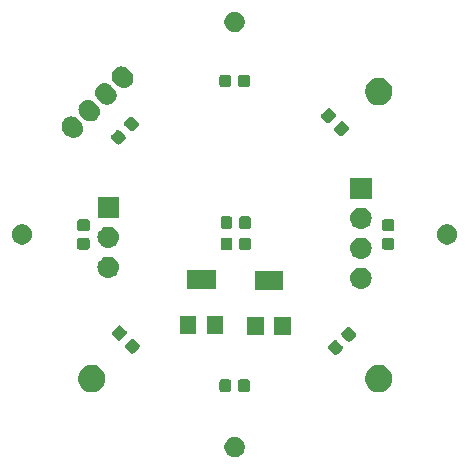
<source format=gbs>
G04 #@! TF.GenerationSoftware,KiCad,Pcbnew,(5.1.2)-1*
G04 #@! TF.CreationDate,2021-01-06T23:16:40+09:00*
G04 #@! TF.ProjectId,ssl,73736c2e-6b69-4636-9164-5f7063625858,v1.3*
G04 #@! TF.SameCoordinates,Original*
G04 #@! TF.FileFunction,Soldermask,Bot*
G04 #@! TF.FilePolarity,Negative*
%FSLAX46Y46*%
G04 Gerber Fmt 4.6, Leading zero omitted, Abs format (unit mm)*
G04 Created by KiCad (PCBNEW (5.1.2)-1) date 2021-01-06 23:16:40*
%MOMM*%
%LPD*%
G04 APERTURE LIST*
%ADD10C,0.100000*%
G04 APERTURE END LIST*
D10*
G36*
X100251874Y-117169683D02*
G01*
X100409019Y-117234775D01*
X100409021Y-117234776D01*
X100550449Y-117329276D01*
X100670724Y-117449551D01*
X100670725Y-117449553D01*
X100765225Y-117590981D01*
X100830317Y-117748126D01*
X100863500Y-117914951D01*
X100863500Y-118085049D01*
X100830317Y-118251874D01*
X100765225Y-118409019D01*
X100765224Y-118409021D01*
X100670724Y-118550449D01*
X100550449Y-118670724D01*
X100409021Y-118765224D01*
X100409020Y-118765225D01*
X100409019Y-118765225D01*
X100251874Y-118830317D01*
X100085049Y-118863500D01*
X99914951Y-118863500D01*
X99748126Y-118830317D01*
X99590981Y-118765225D01*
X99590980Y-118765225D01*
X99590979Y-118765224D01*
X99449551Y-118670724D01*
X99329276Y-118550449D01*
X99234776Y-118409021D01*
X99234775Y-118409019D01*
X99169683Y-118251874D01*
X99136500Y-118085049D01*
X99136500Y-117914951D01*
X99169683Y-117748126D01*
X99234775Y-117590981D01*
X99329275Y-117449553D01*
X99329276Y-117449551D01*
X99449551Y-117329276D01*
X99590979Y-117234776D01*
X99590981Y-117234775D01*
X99748126Y-117169683D01*
X99914951Y-117136500D01*
X100085049Y-117136500D01*
X100251874Y-117169683D01*
X100251874Y-117169683D01*
G37*
G36*
X112424549Y-111071116D02*
G01*
X112535734Y-111093232D01*
X112745203Y-111179997D01*
X112933720Y-111305960D01*
X113094040Y-111466280D01*
X113220003Y-111654797D01*
X113220004Y-111654799D01*
X113306768Y-111864267D01*
X113351000Y-112086635D01*
X113351000Y-112313365D01*
X113328884Y-112424549D01*
X113306768Y-112535734D01*
X113220003Y-112745203D01*
X113094040Y-112933720D01*
X112933720Y-113094040D01*
X112745203Y-113220003D01*
X112535734Y-113306768D01*
X112439048Y-113326000D01*
X112313365Y-113351000D01*
X112086635Y-113351000D01*
X111960952Y-113326000D01*
X111864266Y-113306768D01*
X111654797Y-113220003D01*
X111466280Y-113094040D01*
X111305960Y-112933720D01*
X111179997Y-112745203D01*
X111093232Y-112535734D01*
X111071116Y-112424549D01*
X111049000Y-112313365D01*
X111049000Y-112086635D01*
X111093232Y-111864267D01*
X111179996Y-111654799D01*
X111179997Y-111654797D01*
X111305960Y-111466280D01*
X111466280Y-111305960D01*
X111654797Y-111179997D01*
X111864266Y-111093232D01*
X111975451Y-111071116D01*
X112086635Y-111049000D01*
X112313365Y-111049000D01*
X112424549Y-111071116D01*
X112424549Y-111071116D01*
G37*
G36*
X88124549Y-111071116D02*
G01*
X88235734Y-111093232D01*
X88445203Y-111179997D01*
X88633720Y-111305960D01*
X88794040Y-111466280D01*
X88920003Y-111654797D01*
X88920004Y-111654799D01*
X89006768Y-111864267D01*
X89051000Y-112086635D01*
X89051000Y-112313365D01*
X89028884Y-112424549D01*
X89006768Y-112535734D01*
X88920003Y-112745203D01*
X88794040Y-112933720D01*
X88633720Y-113094040D01*
X88445203Y-113220003D01*
X88235734Y-113306768D01*
X88139048Y-113326000D01*
X88013365Y-113351000D01*
X87786635Y-113351000D01*
X87660952Y-113326000D01*
X87564266Y-113306768D01*
X87354797Y-113220003D01*
X87166280Y-113094040D01*
X87005960Y-112933720D01*
X86879997Y-112745203D01*
X86793232Y-112535734D01*
X86771116Y-112424549D01*
X86749000Y-112313365D01*
X86749000Y-112086635D01*
X86793232Y-111864267D01*
X86879996Y-111654799D01*
X86879997Y-111654797D01*
X87005960Y-111466280D01*
X87166280Y-111305960D01*
X87354797Y-111179997D01*
X87564266Y-111093232D01*
X87675451Y-111071116D01*
X87786635Y-111049000D01*
X88013365Y-111049000D01*
X88124549Y-111071116D01*
X88124549Y-111071116D01*
G37*
G36*
X101129591Y-112278085D02*
G01*
X101163569Y-112288393D01*
X101194890Y-112305134D01*
X101222339Y-112327661D01*
X101244866Y-112355110D01*
X101261607Y-112386431D01*
X101271915Y-112420409D01*
X101276000Y-112461890D01*
X101276000Y-113138110D01*
X101271915Y-113179591D01*
X101261607Y-113213569D01*
X101244866Y-113244890D01*
X101222339Y-113272339D01*
X101194890Y-113294866D01*
X101163569Y-113311607D01*
X101129591Y-113321915D01*
X101088110Y-113326000D01*
X100486890Y-113326000D01*
X100445409Y-113321915D01*
X100411431Y-113311607D01*
X100380110Y-113294866D01*
X100352661Y-113272339D01*
X100330134Y-113244890D01*
X100313393Y-113213569D01*
X100303085Y-113179591D01*
X100299000Y-113138110D01*
X100299000Y-112461890D01*
X100303085Y-112420409D01*
X100313393Y-112386431D01*
X100330134Y-112355110D01*
X100352661Y-112327661D01*
X100380110Y-112305134D01*
X100411431Y-112288393D01*
X100445409Y-112278085D01*
X100486890Y-112274000D01*
X101088110Y-112274000D01*
X101129591Y-112278085D01*
X101129591Y-112278085D01*
G37*
G36*
X99554591Y-112278085D02*
G01*
X99588569Y-112288393D01*
X99619890Y-112305134D01*
X99647339Y-112327661D01*
X99669866Y-112355110D01*
X99686607Y-112386431D01*
X99696915Y-112420409D01*
X99701000Y-112461890D01*
X99701000Y-113138110D01*
X99696915Y-113179591D01*
X99686607Y-113213569D01*
X99669866Y-113244890D01*
X99647339Y-113272339D01*
X99619890Y-113294866D01*
X99588569Y-113311607D01*
X99554591Y-113321915D01*
X99513110Y-113326000D01*
X98911890Y-113326000D01*
X98870409Y-113321915D01*
X98836431Y-113311607D01*
X98805110Y-113294866D01*
X98777661Y-113272339D01*
X98755134Y-113244890D01*
X98738393Y-113213569D01*
X98728085Y-113179591D01*
X98724000Y-113138110D01*
X98724000Y-112461890D01*
X98728085Y-112420409D01*
X98738393Y-112386431D01*
X98755134Y-112355110D01*
X98777661Y-112327661D01*
X98805110Y-112305134D01*
X98836431Y-112288393D01*
X98870409Y-112278085D01*
X98911890Y-112274000D01*
X99513110Y-112274000D01*
X99554591Y-112278085D01*
X99554591Y-112278085D01*
G37*
G36*
X108551977Y-108918855D02*
G01*
X108585955Y-108929163D01*
X108617276Y-108945904D01*
X108649490Y-108972342D01*
X108689341Y-109012193D01*
X108689347Y-109012198D01*
X109087802Y-109410653D01*
X109087807Y-109410659D01*
X109127658Y-109450510D01*
X109154096Y-109482724D01*
X109170837Y-109514045D01*
X109181145Y-109548023D01*
X109184625Y-109583364D01*
X109181145Y-109618705D01*
X109170837Y-109652683D01*
X109154096Y-109684004D01*
X109127658Y-109716218D01*
X109087807Y-109756069D01*
X109087802Y-109756075D01*
X108742381Y-110101496D01*
X108742375Y-110101501D01*
X108702524Y-110141352D01*
X108670310Y-110167790D01*
X108638989Y-110184531D01*
X108605011Y-110194839D01*
X108569670Y-110198319D01*
X108534329Y-110194839D01*
X108500351Y-110184531D01*
X108469030Y-110167790D01*
X108436816Y-110141352D01*
X108396965Y-110101501D01*
X108396959Y-110101496D01*
X107998504Y-109703041D01*
X107998499Y-109703035D01*
X107958648Y-109663184D01*
X107932210Y-109630970D01*
X107915469Y-109599649D01*
X107905161Y-109565671D01*
X107901681Y-109530330D01*
X107905161Y-109494989D01*
X107915469Y-109461011D01*
X107932210Y-109429690D01*
X107958648Y-109397476D01*
X107998499Y-109357625D01*
X107998504Y-109357619D01*
X108343925Y-109012198D01*
X108343931Y-109012193D01*
X108383782Y-108972342D01*
X108415996Y-108945904D01*
X108447317Y-108929163D01*
X108481295Y-108918855D01*
X108516636Y-108915375D01*
X108551977Y-108918855D01*
X108551977Y-108918855D01*
G37*
G36*
X91418705Y-108818855D02*
G01*
X91452683Y-108829163D01*
X91484004Y-108845904D01*
X91516218Y-108872342D01*
X91556069Y-108912193D01*
X91556075Y-108912198D01*
X91901496Y-109257619D01*
X91901501Y-109257625D01*
X91941352Y-109297476D01*
X91967790Y-109329690D01*
X91984531Y-109361011D01*
X91994839Y-109394989D01*
X91998319Y-109430330D01*
X91994839Y-109465671D01*
X91984531Y-109499649D01*
X91967790Y-109530970D01*
X91941352Y-109563184D01*
X91901501Y-109603035D01*
X91901496Y-109603041D01*
X91503041Y-110001496D01*
X91503035Y-110001501D01*
X91463184Y-110041352D01*
X91430970Y-110067790D01*
X91399649Y-110084531D01*
X91365671Y-110094839D01*
X91330330Y-110098319D01*
X91294989Y-110094839D01*
X91261011Y-110084531D01*
X91229690Y-110067790D01*
X91197476Y-110041352D01*
X91157625Y-110001501D01*
X91157619Y-110001496D01*
X90812198Y-109656075D01*
X90812193Y-109656069D01*
X90772342Y-109616218D01*
X90745904Y-109584004D01*
X90729163Y-109552683D01*
X90718855Y-109518705D01*
X90715375Y-109483364D01*
X90718855Y-109448023D01*
X90729163Y-109414045D01*
X90745904Y-109382724D01*
X90772342Y-109350510D01*
X90812193Y-109310659D01*
X90812198Y-109310653D01*
X91210653Y-108912198D01*
X91210659Y-108912193D01*
X91250510Y-108872342D01*
X91282724Y-108845904D01*
X91314045Y-108829163D01*
X91348023Y-108818855D01*
X91383364Y-108815375D01*
X91418705Y-108818855D01*
X91418705Y-108818855D01*
G37*
G36*
X109665671Y-107805161D02*
G01*
X109699649Y-107815469D01*
X109730970Y-107832210D01*
X109763184Y-107858648D01*
X109803035Y-107898499D01*
X109803041Y-107898504D01*
X110201496Y-108296959D01*
X110201501Y-108296965D01*
X110241352Y-108336816D01*
X110267790Y-108369030D01*
X110284531Y-108400351D01*
X110294839Y-108434329D01*
X110298319Y-108469670D01*
X110294839Y-108505011D01*
X110284531Y-108538989D01*
X110267790Y-108570310D01*
X110241352Y-108602524D01*
X110201501Y-108642375D01*
X110201496Y-108642381D01*
X109856075Y-108987802D01*
X109856069Y-108987807D01*
X109816218Y-109027658D01*
X109784004Y-109054096D01*
X109752683Y-109070837D01*
X109718705Y-109081145D01*
X109683364Y-109084625D01*
X109648023Y-109081145D01*
X109614045Y-109070837D01*
X109582724Y-109054096D01*
X109550510Y-109027658D01*
X109510659Y-108987807D01*
X109510653Y-108987802D01*
X109112198Y-108589347D01*
X109112193Y-108589341D01*
X109072342Y-108549490D01*
X109045904Y-108517276D01*
X109029163Y-108485955D01*
X109018855Y-108451977D01*
X109015375Y-108416636D01*
X109018855Y-108381295D01*
X109029163Y-108347317D01*
X109045904Y-108315996D01*
X109072342Y-108283782D01*
X109112193Y-108243931D01*
X109112198Y-108243925D01*
X109457619Y-107898504D01*
X109457625Y-107898499D01*
X109497476Y-107858648D01*
X109529690Y-107832210D01*
X109561011Y-107815469D01*
X109594989Y-107805161D01*
X109630330Y-107801681D01*
X109665671Y-107805161D01*
X109665671Y-107805161D01*
G37*
G36*
X90305011Y-107705161D02*
G01*
X90338989Y-107715469D01*
X90370310Y-107732210D01*
X90402524Y-107758648D01*
X90442375Y-107798499D01*
X90442381Y-107798504D01*
X90787802Y-108143925D01*
X90787807Y-108143931D01*
X90827658Y-108183782D01*
X90854096Y-108215996D01*
X90870837Y-108247317D01*
X90881145Y-108281295D01*
X90884625Y-108316636D01*
X90881145Y-108351977D01*
X90870837Y-108385955D01*
X90854096Y-108417276D01*
X90827658Y-108449490D01*
X90787807Y-108489341D01*
X90787802Y-108489347D01*
X90389347Y-108887802D01*
X90389341Y-108887807D01*
X90349490Y-108927658D01*
X90317276Y-108954096D01*
X90285955Y-108970837D01*
X90251977Y-108981145D01*
X90216636Y-108984625D01*
X90181295Y-108981145D01*
X90147317Y-108970837D01*
X90115996Y-108954096D01*
X90083782Y-108927658D01*
X90043931Y-108887807D01*
X90043925Y-108887802D01*
X89698504Y-108542381D01*
X89698499Y-108542375D01*
X89658648Y-108502524D01*
X89632210Y-108470310D01*
X89615469Y-108438989D01*
X89605161Y-108405011D01*
X89601681Y-108369670D01*
X89605161Y-108334329D01*
X89615469Y-108300351D01*
X89632210Y-108269030D01*
X89658648Y-108236816D01*
X89698499Y-108196965D01*
X89698504Y-108196959D01*
X90096959Y-107798504D01*
X90096965Y-107798499D01*
X90136816Y-107758648D01*
X90169030Y-107732210D01*
X90200351Y-107715469D01*
X90234329Y-107705161D01*
X90269670Y-107701681D01*
X90305011Y-107705161D01*
X90305011Y-107705161D01*
G37*
G36*
X102451890Y-108498550D02*
G01*
X101051950Y-108498550D01*
X101051950Y-106997010D01*
X102451890Y-106997010D01*
X102451890Y-108498550D01*
X102451890Y-108498550D01*
G37*
G36*
X104748050Y-108498550D02*
G01*
X103348110Y-108498550D01*
X103348110Y-106997010D01*
X104748050Y-106997010D01*
X104748050Y-108498550D01*
X104748050Y-108498550D01*
G37*
G36*
X99048050Y-108400550D02*
G01*
X97648110Y-108400550D01*
X97648110Y-106899010D01*
X99048050Y-106899010D01*
X99048050Y-108400550D01*
X99048050Y-108400550D01*
G37*
G36*
X96751890Y-108400550D02*
G01*
X95351950Y-108400550D01*
X95351950Y-106899010D01*
X96751890Y-106899010D01*
X96751890Y-108400550D01*
X96751890Y-108400550D01*
G37*
G36*
X104100350Y-104699980D02*
G01*
X101699650Y-104699980D01*
X101699650Y-103099380D01*
X104100350Y-103099380D01*
X104100350Y-104699980D01*
X104100350Y-104699980D01*
G37*
G36*
X110810443Y-102825519D02*
G01*
X110876627Y-102832037D01*
X111046466Y-102883557D01*
X111202991Y-102967222D01*
X111238729Y-102996552D01*
X111340186Y-103079814D01*
X111423448Y-103181271D01*
X111452778Y-103217009D01*
X111536443Y-103373534D01*
X111587963Y-103543373D01*
X111605359Y-103720000D01*
X111587963Y-103896627D01*
X111536443Y-104066466D01*
X111452778Y-104222991D01*
X111423448Y-104258729D01*
X111340186Y-104360186D01*
X111238729Y-104443448D01*
X111202991Y-104472778D01*
X111046466Y-104556443D01*
X110876627Y-104607963D01*
X110810442Y-104614482D01*
X110744260Y-104621000D01*
X110655740Y-104621000D01*
X110589558Y-104614482D01*
X110523373Y-104607963D01*
X110353534Y-104556443D01*
X110197009Y-104472778D01*
X110161271Y-104443448D01*
X110059814Y-104360186D01*
X109976552Y-104258729D01*
X109947222Y-104222991D01*
X109863557Y-104066466D01*
X109812037Y-103896627D01*
X109794641Y-103720000D01*
X109812037Y-103543373D01*
X109863557Y-103373534D01*
X109947222Y-103217009D01*
X109976552Y-103181271D01*
X110059814Y-103079814D01*
X110161271Y-102996552D01*
X110197009Y-102967222D01*
X110353534Y-102883557D01*
X110523373Y-102832037D01*
X110589558Y-102825518D01*
X110655740Y-102819000D01*
X110744260Y-102819000D01*
X110810443Y-102825519D01*
X110810443Y-102825519D01*
G37*
G36*
X98400350Y-104601980D02*
G01*
X95999650Y-104601980D01*
X95999650Y-103001380D01*
X98400350Y-103001380D01*
X98400350Y-104601980D01*
X98400350Y-104601980D01*
G37*
G36*
X89410442Y-101885518D02*
G01*
X89476627Y-101892037D01*
X89646466Y-101943557D01*
X89802991Y-102027222D01*
X89838729Y-102056552D01*
X89940186Y-102139814D01*
X90023448Y-102241271D01*
X90052778Y-102277009D01*
X90136443Y-102433534D01*
X90187963Y-102603373D01*
X90205359Y-102780000D01*
X90187963Y-102956627D01*
X90136443Y-103126466D01*
X90052778Y-103282991D01*
X90023448Y-103318729D01*
X89940186Y-103420186D01*
X89838729Y-103503448D01*
X89802991Y-103532778D01*
X89646466Y-103616443D01*
X89476627Y-103667963D01*
X89410442Y-103674482D01*
X89344260Y-103681000D01*
X89255740Y-103681000D01*
X89189558Y-103674482D01*
X89123373Y-103667963D01*
X88953534Y-103616443D01*
X88797009Y-103532778D01*
X88761271Y-103503448D01*
X88659814Y-103420186D01*
X88576552Y-103318729D01*
X88547222Y-103282991D01*
X88463557Y-103126466D01*
X88412037Y-102956627D01*
X88394641Y-102780000D01*
X88412037Y-102603373D01*
X88463557Y-102433534D01*
X88547222Y-102277009D01*
X88576552Y-102241271D01*
X88659814Y-102139814D01*
X88761271Y-102056552D01*
X88797009Y-102027222D01*
X88953534Y-101943557D01*
X89123373Y-101892037D01*
X89189558Y-101885518D01*
X89255740Y-101879000D01*
X89344260Y-101879000D01*
X89410442Y-101885518D01*
X89410442Y-101885518D01*
G37*
G36*
X110810443Y-100285519D02*
G01*
X110876627Y-100292037D01*
X111046466Y-100343557D01*
X111202991Y-100427222D01*
X111230478Y-100449780D01*
X111340186Y-100539814D01*
X111423448Y-100641271D01*
X111452778Y-100677009D01*
X111452779Y-100677011D01*
X111534724Y-100830317D01*
X111536443Y-100833534D01*
X111587963Y-101003373D01*
X111605359Y-101180000D01*
X111587963Y-101356627D01*
X111536443Y-101526466D01*
X111452778Y-101682991D01*
X111423448Y-101718729D01*
X111340186Y-101820186D01*
X111252634Y-101892037D01*
X111202991Y-101932778D01*
X111046466Y-102016443D01*
X110876627Y-102067963D01*
X110810443Y-102074481D01*
X110744260Y-102081000D01*
X110655740Y-102081000D01*
X110589558Y-102074482D01*
X110523373Y-102067963D01*
X110353534Y-102016443D01*
X110197009Y-101932778D01*
X110147366Y-101892037D01*
X110059814Y-101820186D01*
X109976552Y-101718729D01*
X109947222Y-101682991D01*
X109863557Y-101526466D01*
X109812037Y-101356627D01*
X109794641Y-101180000D01*
X109812037Y-101003373D01*
X109863557Y-100833534D01*
X109865277Y-100830317D01*
X109947221Y-100677011D01*
X109947222Y-100677009D01*
X109976552Y-100641271D01*
X110059814Y-100539814D01*
X110169522Y-100449780D01*
X110197009Y-100427222D01*
X110353534Y-100343557D01*
X110523373Y-100292037D01*
X110589557Y-100285519D01*
X110655740Y-100279000D01*
X110744260Y-100279000D01*
X110810443Y-100285519D01*
X110810443Y-100285519D01*
G37*
G36*
X99666591Y-100278085D02*
G01*
X99700569Y-100288393D01*
X99731890Y-100305134D01*
X99759339Y-100327661D01*
X99781866Y-100355110D01*
X99798607Y-100386431D01*
X99808915Y-100420409D01*
X99813000Y-100461890D01*
X99813000Y-101138110D01*
X99808915Y-101179591D01*
X99798607Y-101213569D01*
X99781866Y-101244890D01*
X99759339Y-101272339D01*
X99731890Y-101294866D01*
X99700569Y-101311607D01*
X99666591Y-101321915D01*
X99625110Y-101326000D01*
X99023890Y-101326000D01*
X98982409Y-101321915D01*
X98948431Y-101311607D01*
X98917110Y-101294866D01*
X98889661Y-101272339D01*
X98867134Y-101244890D01*
X98850393Y-101213569D01*
X98840085Y-101179591D01*
X98836000Y-101138110D01*
X98836000Y-100461890D01*
X98840085Y-100420409D01*
X98850393Y-100386431D01*
X98867134Y-100355110D01*
X98889661Y-100327661D01*
X98917110Y-100305134D01*
X98948431Y-100288393D01*
X98982409Y-100278085D01*
X99023890Y-100274000D01*
X99625110Y-100274000D01*
X99666591Y-100278085D01*
X99666591Y-100278085D01*
G37*
G36*
X101241591Y-100278085D02*
G01*
X101275569Y-100288393D01*
X101306890Y-100305134D01*
X101334339Y-100327661D01*
X101356866Y-100355110D01*
X101373607Y-100386431D01*
X101383915Y-100420409D01*
X101388000Y-100461890D01*
X101388000Y-101138110D01*
X101383915Y-101179591D01*
X101373607Y-101213569D01*
X101356866Y-101244890D01*
X101334339Y-101272339D01*
X101306890Y-101294866D01*
X101275569Y-101311607D01*
X101241591Y-101321915D01*
X101200110Y-101326000D01*
X100598890Y-101326000D01*
X100557409Y-101321915D01*
X100523431Y-101311607D01*
X100492110Y-101294866D01*
X100464661Y-101272339D01*
X100442134Y-101244890D01*
X100425393Y-101213569D01*
X100415085Y-101179591D01*
X100411000Y-101138110D01*
X100411000Y-100461890D01*
X100415085Y-100420409D01*
X100425393Y-100386431D01*
X100442134Y-100355110D01*
X100464661Y-100327661D01*
X100492110Y-100305134D01*
X100523431Y-100288393D01*
X100557409Y-100278085D01*
X100598890Y-100274000D01*
X101200110Y-100274000D01*
X101241591Y-100278085D01*
X101241591Y-100278085D01*
G37*
G36*
X113379591Y-100303085D02*
G01*
X113413569Y-100313393D01*
X113444890Y-100330134D01*
X113472339Y-100352661D01*
X113494866Y-100380110D01*
X113511607Y-100411431D01*
X113521915Y-100445409D01*
X113526000Y-100486890D01*
X113526000Y-101088110D01*
X113521915Y-101129591D01*
X113511607Y-101163569D01*
X113494866Y-101194890D01*
X113472339Y-101222339D01*
X113444890Y-101244866D01*
X113413569Y-101261607D01*
X113379591Y-101271915D01*
X113338110Y-101276000D01*
X112661890Y-101276000D01*
X112620409Y-101271915D01*
X112586431Y-101261607D01*
X112555110Y-101244866D01*
X112527661Y-101222339D01*
X112505134Y-101194890D01*
X112488393Y-101163569D01*
X112478085Y-101129591D01*
X112474000Y-101088110D01*
X112474000Y-100486890D01*
X112478085Y-100445409D01*
X112488393Y-100411431D01*
X112505134Y-100380110D01*
X112527661Y-100352661D01*
X112555110Y-100330134D01*
X112586431Y-100313393D01*
X112620409Y-100303085D01*
X112661890Y-100299000D01*
X113338110Y-100299000D01*
X113379591Y-100303085D01*
X113379591Y-100303085D01*
G37*
G36*
X87579591Y-100303085D02*
G01*
X87613569Y-100313393D01*
X87644890Y-100330134D01*
X87672339Y-100352661D01*
X87694866Y-100380110D01*
X87711607Y-100411431D01*
X87721915Y-100445409D01*
X87726000Y-100486890D01*
X87726000Y-101088110D01*
X87721915Y-101129591D01*
X87711607Y-101163569D01*
X87694866Y-101194890D01*
X87672339Y-101222339D01*
X87644890Y-101244866D01*
X87613569Y-101261607D01*
X87579591Y-101271915D01*
X87538110Y-101276000D01*
X86861890Y-101276000D01*
X86820409Y-101271915D01*
X86786431Y-101261607D01*
X86755110Y-101244866D01*
X86727661Y-101222339D01*
X86705134Y-101194890D01*
X86688393Y-101163569D01*
X86678085Y-101129591D01*
X86674000Y-101088110D01*
X86674000Y-100486890D01*
X86678085Y-100445409D01*
X86688393Y-100411431D01*
X86705134Y-100380110D01*
X86727661Y-100352661D01*
X86755110Y-100330134D01*
X86786431Y-100313393D01*
X86820409Y-100303085D01*
X86861890Y-100299000D01*
X87538110Y-100299000D01*
X87579591Y-100303085D01*
X87579591Y-100303085D01*
G37*
G36*
X89410443Y-99345519D02*
G01*
X89476627Y-99352037D01*
X89646466Y-99403557D01*
X89802991Y-99487222D01*
X89832704Y-99511607D01*
X89940186Y-99599814D01*
X90023226Y-99701000D01*
X90052778Y-99737009D01*
X90136443Y-99893534D01*
X90187963Y-100063373D01*
X90205359Y-100240000D01*
X90187963Y-100416627D01*
X90136443Y-100586466D01*
X90052778Y-100742991D01*
X90034531Y-100765225D01*
X89940186Y-100880186D01*
X89838729Y-100963448D01*
X89802991Y-100992778D01*
X89646466Y-101076443D01*
X89476627Y-101127963D01*
X89410443Y-101134481D01*
X89344260Y-101141000D01*
X89255740Y-101141000D01*
X89189557Y-101134481D01*
X89123373Y-101127963D01*
X88953534Y-101076443D01*
X88797009Y-100992778D01*
X88761271Y-100963448D01*
X88659814Y-100880186D01*
X88565469Y-100765225D01*
X88547222Y-100742991D01*
X88463557Y-100586466D01*
X88412037Y-100416627D01*
X88394641Y-100240000D01*
X88412037Y-100063373D01*
X88463557Y-99893534D01*
X88547222Y-99737009D01*
X88576774Y-99701000D01*
X88659814Y-99599814D01*
X88767296Y-99511607D01*
X88797009Y-99487222D01*
X88953534Y-99403557D01*
X89123373Y-99352037D01*
X89189557Y-99345519D01*
X89255740Y-99339000D01*
X89344260Y-99339000D01*
X89410443Y-99345519D01*
X89410443Y-99345519D01*
G37*
G36*
X118251874Y-99169683D02*
G01*
X118409019Y-99234775D01*
X118409021Y-99234776D01*
X118550449Y-99329276D01*
X118670724Y-99449551D01*
X118765224Y-99590979D01*
X118765225Y-99590981D01*
X118830317Y-99748126D01*
X118863500Y-99914951D01*
X118863500Y-100085049D01*
X118830317Y-100251874D01*
X118765225Y-100409019D01*
X118765224Y-100409021D01*
X118670724Y-100550449D01*
X118550449Y-100670724D01*
X118409021Y-100765224D01*
X118409020Y-100765225D01*
X118409019Y-100765225D01*
X118251874Y-100830317D01*
X118085049Y-100863500D01*
X117914951Y-100863500D01*
X117748126Y-100830317D01*
X117590981Y-100765225D01*
X117590980Y-100765225D01*
X117590979Y-100765224D01*
X117449551Y-100670724D01*
X117329276Y-100550449D01*
X117234776Y-100409021D01*
X117234775Y-100409019D01*
X117169683Y-100251874D01*
X117136500Y-100085049D01*
X117136500Y-99914951D01*
X117169683Y-99748126D01*
X117234775Y-99590981D01*
X117234776Y-99590979D01*
X117329276Y-99449551D01*
X117449551Y-99329276D01*
X117590979Y-99234776D01*
X117590981Y-99234775D01*
X117748126Y-99169683D01*
X117914951Y-99136500D01*
X118085049Y-99136500D01*
X118251874Y-99169683D01*
X118251874Y-99169683D01*
G37*
G36*
X82251874Y-99169683D02*
G01*
X82409019Y-99234775D01*
X82409021Y-99234776D01*
X82550449Y-99329276D01*
X82670724Y-99449551D01*
X82765224Y-99590979D01*
X82765225Y-99590981D01*
X82830317Y-99748126D01*
X82863500Y-99914951D01*
X82863500Y-100085049D01*
X82830317Y-100251874D01*
X82765225Y-100409019D01*
X82765224Y-100409021D01*
X82670724Y-100550449D01*
X82550449Y-100670724D01*
X82409021Y-100765224D01*
X82409020Y-100765225D01*
X82409019Y-100765225D01*
X82251874Y-100830317D01*
X82085049Y-100863500D01*
X81914951Y-100863500D01*
X81748126Y-100830317D01*
X81590981Y-100765225D01*
X81590980Y-100765225D01*
X81590979Y-100765224D01*
X81449551Y-100670724D01*
X81329276Y-100550449D01*
X81234776Y-100409021D01*
X81234775Y-100409019D01*
X81169683Y-100251874D01*
X81136500Y-100085049D01*
X81136500Y-99914951D01*
X81169683Y-99748126D01*
X81234775Y-99590981D01*
X81234776Y-99590979D01*
X81329276Y-99449551D01*
X81449551Y-99329276D01*
X81590979Y-99234776D01*
X81590981Y-99234775D01*
X81748126Y-99169683D01*
X81914951Y-99136500D01*
X82085049Y-99136500D01*
X82251874Y-99169683D01*
X82251874Y-99169683D01*
G37*
G36*
X87579591Y-98728085D02*
G01*
X87613569Y-98738393D01*
X87644890Y-98755134D01*
X87672339Y-98777661D01*
X87694866Y-98805110D01*
X87711607Y-98836431D01*
X87721915Y-98870409D01*
X87726000Y-98911890D01*
X87726000Y-99513110D01*
X87721915Y-99554591D01*
X87711607Y-99588569D01*
X87694866Y-99619890D01*
X87672339Y-99647339D01*
X87644890Y-99669866D01*
X87613569Y-99686607D01*
X87579591Y-99696915D01*
X87538110Y-99701000D01*
X86861890Y-99701000D01*
X86820409Y-99696915D01*
X86786431Y-99686607D01*
X86755110Y-99669866D01*
X86727661Y-99647339D01*
X86705134Y-99619890D01*
X86688393Y-99588569D01*
X86678085Y-99554591D01*
X86674000Y-99513110D01*
X86674000Y-98911890D01*
X86678085Y-98870409D01*
X86688393Y-98836431D01*
X86705134Y-98805110D01*
X86727661Y-98777661D01*
X86755110Y-98755134D01*
X86786431Y-98738393D01*
X86820409Y-98728085D01*
X86861890Y-98724000D01*
X87538110Y-98724000D01*
X87579591Y-98728085D01*
X87579591Y-98728085D01*
G37*
G36*
X113379591Y-98728085D02*
G01*
X113413569Y-98738393D01*
X113444890Y-98755134D01*
X113472339Y-98777661D01*
X113494866Y-98805110D01*
X113511607Y-98836431D01*
X113521915Y-98870409D01*
X113526000Y-98911890D01*
X113526000Y-99513110D01*
X113521915Y-99554591D01*
X113511607Y-99588569D01*
X113494866Y-99619890D01*
X113472339Y-99647339D01*
X113444890Y-99669866D01*
X113413569Y-99686607D01*
X113379591Y-99696915D01*
X113338110Y-99701000D01*
X112661890Y-99701000D01*
X112620409Y-99696915D01*
X112586431Y-99686607D01*
X112555110Y-99669866D01*
X112527661Y-99647339D01*
X112505134Y-99619890D01*
X112488393Y-99588569D01*
X112478085Y-99554591D01*
X112474000Y-99513110D01*
X112474000Y-98911890D01*
X112478085Y-98870409D01*
X112488393Y-98836431D01*
X112505134Y-98805110D01*
X112527661Y-98777661D01*
X112555110Y-98755134D01*
X112586431Y-98738393D01*
X112620409Y-98728085D01*
X112661890Y-98724000D01*
X113338110Y-98724000D01*
X113379591Y-98728085D01*
X113379591Y-98728085D01*
G37*
G36*
X110810442Y-97745518D02*
G01*
X110876627Y-97752037D01*
X111046466Y-97803557D01*
X111202991Y-97887222D01*
X111238729Y-97916552D01*
X111340186Y-97999814D01*
X111423448Y-98101271D01*
X111452778Y-98137009D01*
X111536443Y-98293534D01*
X111587963Y-98463373D01*
X111605359Y-98640000D01*
X111587963Y-98816627D01*
X111536443Y-98986466D01*
X111452778Y-99142991D01*
X111430872Y-99169683D01*
X111340186Y-99280186D01*
X111252634Y-99352037D01*
X111202991Y-99392778D01*
X111046466Y-99476443D01*
X110876627Y-99527963D01*
X110810442Y-99534482D01*
X110744260Y-99541000D01*
X110655740Y-99541000D01*
X110589558Y-99534482D01*
X110523373Y-99527963D01*
X110353534Y-99476443D01*
X110197009Y-99392778D01*
X110147366Y-99352037D01*
X110059814Y-99280186D01*
X109969128Y-99169683D01*
X109947222Y-99142991D01*
X109863557Y-98986466D01*
X109812037Y-98816627D01*
X109794641Y-98640000D01*
X109812037Y-98463373D01*
X109863557Y-98293534D01*
X109947222Y-98137009D01*
X109976552Y-98101271D01*
X110059814Y-97999814D01*
X110161271Y-97916552D01*
X110197009Y-97887222D01*
X110353534Y-97803557D01*
X110523373Y-97752037D01*
X110589558Y-97745518D01*
X110655740Y-97739000D01*
X110744260Y-97739000D01*
X110810442Y-97745518D01*
X110810442Y-97745518D01*
G37*
G36*
X99654591Y-98478085D02*
G01*
X99688569Y-98488393D01*
X99719890Y-98505134D01*
X99747339Y-98527661D01*
X99769866Y-98555110D01*
X99786607Y-98586431D01*
X99796915Y-98620409D01*
X99801000Y-98661890D01*
X99801000Y-99338110D01*
X99796915Y-99379591D01*
X99786607Y-99413569D01*
X99769866Y-99444890D01*
X99747339Y-99472339D01*
X99719890Y-99494866D01*
X99688569Y-99511607D01*
X99654591Y-99521915D01*
X99613110Y-99526000D01*
X99011890Y-99526000D01*
X98970409Y-99521915D01*
X98936431Y-99511607D01*
X98905110Y-99494866D01*
X98877661Y-99472339D01*
X98855134Y-99444890D01*
X98838393Y-99413569D01*
X98828085Y-99379591D01*
X98824000Y-99338110D01*
X98824000Y-98661890D01*
X98828085Y-98620409D01*
X98838393Y-98586431D01*
X98855134Y-98555110D01*
X98877661Y-98527661D01*
X98905110Y-98505134D01*
X98936431Y-98488393D01*
X98970409Y-98478085D01*
X99011890Y-98474000D01*
X99613110Y-98474000D01*
X99654591Y-98478085D01*
X99654591Y-98478085D01*
G37*
G36*
X101229591Y-98478085D02*
G01*
X101263569Y-98488393D01*
X101294890Y-98505134D01*
X101322339Y-98527661D01*
X101344866Y-98555110D01*
X101361607Y-98586431D01*
X101371915Y-98620409D01*
X101376000Y-98661890D01*
X101376000Y-99338110D01*
X101371915Y-99379591D01*
X101361607Y-99413569D01*
X101344866Y-99444890D01*
X101322339Y-99472339D01*
X101294890Y-99494866D01*
X101263569Y-99511607D01*
X101229591Y-99521915D01*
X101188110Y-99526000D01*
X100586890Y-99526000D01*
X100545409Y-99521915D01*
X100511431Y-99511607D01*
X100480110Y-99494866D01*
X100452661Y-99472339D01*
X100430134Y-99444890D01*
X100413393Y-99413569D01*
X100403085Y-99379591D01*
X100399000Y-99338110D01*
X100399000Y-98661890D01*
X100403085Y-98620409D01*
X100413393Y-98586431D01*
X100430134Y-98555110D01*
X100452661Y-98527661D01*
X100480110Y-98505134D01*
X100511431Y-98488393D01*
X100545409Y-98478085D01*
X100586890Y-98474000D01*
X101188110Y-98474000D01*
X101229591Y-98478085D01*
X101229591Y-98478085D01*
G37*
G36*
X90201000Y-98601000D02*
G01*
X88399000Y-98601000D01*
X88399000Y-96799000D01*
X90201000Y-96799000D01*
X90201000Y-98601000D01*
X90201000Y-98601000D01*
G37*
G36*
X111601000Y-97001000D02*
G01*
X109799000Y-97001000D01*
X109799000Y-95199000D01*
X111601000Y-95199000D01*
X111601000Y-97001000D01*
X111601000Y-97001000D01*
G37*
G36*
X90151977Y-91118855D02*
G01*
X90185955Y-91129163D01*
X90217276Y-91145904D01*
X90249490Y-91172342D01*
X90289341Y-91212193D01*
X90289347Y-91212198D01*
X90687802Y-91610653D01*
X90687807Y-91610659D01*
X90727658Y-91650510D01*
X90754096Y-91682724D01*
X90770837Y-91714045D01*
X90781145Y-91748023D01*
X90784625Y-91783364D01*
X90781145Y-91818705D01*
X90770837Y-91852683D01*
X90754096Y-91884004D01*
X90727658Y-91916218D01*
X90687807Y-91956069D01*
X90687802Y-91956075D01*
X90342381Y-92301496D01*
X90342375Y-92301501D01*
X90302524Y-92341352D01*
X90270310Y-92367790D01*
X90238989Y-92384531D01*
X90205011Y-92394839D01*
X90169670Y-92398319D01*
X90134329Y-92394839D01*
X90100351Y-92384531D01*
X90069030Y-92367790D01*
X90036816Y-92341352D01*
X89996965Y-92301501D01*
X89996959Y-92301496D01*
X89598504Y-91903041D01*
X89598499Y-91903035D01*
X89558648Y-91863184D01*
X89532210Y-91830970D01*
X89515469Y-91799649D01*
X89505161Y-91765671D01*
X89501681Y-91730330D01*
X89505161Y-91694989D01*
X89515469Y-91661011D01*
X89532210Y-91629690D01*
X89558648Y-91597476D01*
X89598499Y-91557625D01*
X89598504Y-91557619D01*
X89943925Y-91212198D01*
X89943931Y-91212193D01*
X89983782Y-91172342D01*
X90015996Y-91145904D01*
X90047317Y-91129163D01*
X90081295Y-91118855D01*
X90116636Y-91115375D01*
X90151977Y-91118855D01*
X90151977Y-91118855D01*
G37*
G36*
X86333394Y-90029583D02*
G01*
X86486645Y-90076071D01*
X86627882Y-90151564D01*
X86674016Y-90189426D01*
X86720656Y-90227702D01*
X86972298Y-90479344D01*
X86973606Y-90480938D01*
X87048436Y-90572118D01*
X87123929Y-90713355D01*
X87123930Y-90713358D01*
X87170418Y-90866604D01*
X87178401Y-90947666D01*
X87186114Y-91025981D01*
X87180992Y-91077981D01*
X87170418Y-91185357D01*
X87140287Y-91284682D01*
X87123929Y-91338607D01*
X87048436Y-91479844D01*
X86946840Y-91603640D01*
X86823044Y-91705236D01*
X86742995Y-91748023D01*
X86681807Y-91780729D01*
X86528557Y-91827218D01*
X86445129Y-91835434D01*
X86369181Y-91842914D01*
X86293233Y-91835434D01*
X86209804Y-91827218D01*
X86056558Y-91780730D01*
X86056555Y-91780729D01*
X85915318Y-91705236D01*
X85848635Y-91650510D01*
X85822544Y-91629098D01*
X85570902Y-91377456D01*
X85539020Y-91338607D01*
X85494764Y-91284682D01*
X85419271Y-91143445D01*
X85372783Y-90990194D01*
X85357086Y-90830819D01*
X85372783Y-90671444D01*
X85419271Y-90518193D01*
X85494764Y-90376956D01*
X85526330Y-90338493D01*
X85596360Y-90253160D01*
X85681693Y-90183130D01*
X85720156Y-90151564D01*
X85861393Y-90076071D01*
X86014644Y-90029583D01*
X86174019Y-90013886D01*
X86333394Y-90029583D01*
X86333394Y-90029583D01*
G37*
G36*
X109118705Y-90418855D02*
G01*
X109152683Y-90429163D01*
X109184004Y-90445904D01*
X109216218Y-90472342D01*
X109256069Y-90512193D01*
X109256075Y-90512198D01*
X109601496Y-90857619D01*
X109601501Y-90857625D01*
X109641352Y-90897476D01*
X109667790Y-90929690D01*
X109684531Y-90961011D01*
X109694839Y-90994989D01*
X109698319Y-91030330D01*
X109694839Y-91065671D01*
X109684531Y-91099649D01*
X109667790Y-91130970D01*
X109641352Y-91163184D01*
X109601501Y-91203035D01*
X109601496Y-91203041D01*
X109203041Y-91601496D01*
X109203035Y-91601501D01*
X109163184Y-91641352D01*
X109130970Y-91667790D01*
X109099649Y-91684531D01*
X109065671Y-91694839D01*
X109030330Y-91698319D01*
X108994989Y-91694839D01*
X108961011Y-91684531D01*
X108929690Y-91667790D01*
X108897476Y-91641352D01*
X108857625Y-91601501D01*
X108857619Y-91601496D01*
X108512198Y-91256075D01*
X108512193Y-91256069D01*
X108472342Y-91216218D01*
X108445904Y-91184004D01*
X108429163Y-91152683D01*
X108418855Y-91118705D01*
X108415375Y-91083364D01*
X108418855Y-91048023D01*
X108429163Y-91014045D01*
X108445904Y-90982724D01*
X108472342Y-90950510D01*
X108512193Y-90910659D01*
X108512198Y-90910653D01*
X108910653Y-90512198D01*
X108910659Y-90512193D01*
X108950510Y-90472342D01*
X108982724Y-90445904D01*
X109014045Y-90429163D01*
X109048023Y-90418855D01*
X109083364Y-90415375D01*
X109118705Y-90418855D01*
X109118705Y-90418855D01*
G37*
G36*
X91265671Y-90005161D02*
G01*
X91299649Y-90015469D01*
X91330970Y-90032210D01*
X91363184Y-90058648D01*
X91403035Y-90098499D01*
X91403041Y-90098504D01*
X91801496Y-90496959D01*
X91801501Y-90496965D01*
X91841352Y-90536816D01*
X91867790Y-90569030D01*
X91884531Y-90600351D01*
X91894839Y-90634329D01*
X91898319Y-90669670D01*
X91894839Y-90705011D01*
X91884531Y-90738989D01*
X91867790Y-90770310D01*
X91841352Y-90802524D01*
X91801501Y-90842375D01*
X91801496Y-90842381D01*
X91456075Y-91187802D01*
X91456069Y-91187807D01*
X91416218Y-91227658D01*
X91384004Y-91254096D01*
X91352683Y-91270837D01*
X91318705Y-91281145D01*
X91283364Y-91284625D01*
X91248023Y-91281145D01*
X91214045Y-91270837D01*
X91182724Y-91254096D01*
X91150510Y-91227658D01*
X91110659Y-91187807D01*
X91110653Y-91187802D01*
X90712198Y-90789347D01*
X90712193Y-90789341D01*
X90672342Y-90749490D01*
X90645904Y-90717276D01*
X90629163Y-90685955D01*
X90618855Y-90651977D01*
X90615375Y-90616636D01*
X90618855Y-90581295D01*
X90629163Y-90547317D01*
X90645904Y-90515996D01*
X90672342Y-90483782D01*
X90712193Y-90443931D01*
X90712198Y-90443925D01*
X91057619Y-90098504D01*
X91057625Y-90098499D01*
X91097476Y-90058648D01*
X91129690Y-90032210D01*
X91161011Y-90015469D01*
X91194989Y-90005161D01*
X91230330Y-90001681D01*
X91265671Y-90005161D01*
X91265671Y-90005161D01*
G37*
G36*
X108005011Y-89305161D02*
G01*
X108038989Y-89315469D01*
X108070310Y-89332210D01*
X108102524Y-89358648D01*
X108142375Y-89398499D01*
X108142381Y-89398504D01*
X108487802Y-89743925D01*
X108487807Y-89743931D01*
X108527658Y-89783782D01*
X108554096Y-89815996D01*
X108570837Y-89847317D01*
X108581145Y-89881295D01*
X108584625Y-89916636D01*
X108581145Y-89951977D01*
X108570837Y-89985955D01*
X108554096Y-90017276D01*
X108527658Y-90049490D01*
X108487807Y-90089341D01*
X108487802Y-90089347D01*
X108089347Y-90487802D01*
X108089341Y-90487807D01*
X108049490Y-90527658D01*
X108017276Y-90554096D01*
X107985955Y-90570837D01*
X107951977Y-90581145D01*
X107916636Y-90584625D01*
X107881295Y-90581145D01*
X107847317Y-90570837D01*
X107815996Y-90554096D01*
X107783782Y-90527658D01*
X107743931Y-90487807D01*
X107743925Y-90487802D01*
X107398504Y-90142381D01*
X107398499Y-90142375D01*
X107358648Y-90102524D01*
X107332210Y-90070310D01*
X107315469Y-90038989D01*
X107305161Y-90005011D01*
X107301681Y-89969670D01*
X107305161Y-89934329D01*
X107315469Y-89900351D01*
X107332210Y-89869030D01*
X107358648Y-89836816D01*
X107398499Y-89796965D01*
X107398504Y-89796959D01*
X107796959Y-89398504D01*
X107796965Y-89398499D01*
X107836816Y-89358648D01*
X107869030Y-89332210D01*
X107900351Y-89315469D01*
X107934329Y-89305161D01*
X107969670Y-89301681D01*
X108005011Y-89305161D01*
X108005011Y-89305161D01*
G37*
G36*
X87747608Y-88615369D02*
G01*
X87900859Y-88661857D01*
X88042096Y-88737350D01*
X88098137Y-88783342D01*
X88134870Y-88813488D01*
X88386512Y-89065130D01*
X88413143Y-89097580D01*
X88462650Y-89157904D01*
X88538143Y-89299141D01*
X88538144Y-89299144D01*
X88584632Y-89452390D01*
X88592848Y-89535819D01*
X88600328Y-89611767D01*
X88592848Y-89687715D01*
X88584632Y-89771143D01*
X88551217Y-89881295D01*
X88538143Y-89924393D01*
X88462650Y-90065630D01*
X88361054Y-90189426D01*
X88237258Y-90291022D01*
X88096021Y-90366515D01*
X87942771Y-90413004D01*
X87859343Y-90421220D01*
X87783395Y-90428700D01*
X87707447Y-90421220D01*
X87624018Y-90413004D01*
X87470772Y-90366516D01*
X87470769Y-90366515D01*
X87329532Y-90291022D01*
X87252377Y-90227702D01*
X87236758Y-90214884D01*
X86985116Y-89963242D01*
X86917864Y-89881295D01*
X86908978Y-89870468D01*
X86833485Y-89729231D01*
X86786997Y-89575980D01*
X86771300Y-89416605D01*
X86786997Y-89257230D01*
X86833485Y-89103979D01*
X86908978Y-88962742D01*
X86940544Y-88924279D01*
X87010574Y-88838946D01*
X87095907Y-88768916D01*
X87134370Y-88737350D01*
X87275607Y-88661857D01*
X87428858Y-88615369D01*
X87588233Y-88599672D01*
X87747608Y-88615369D01*
X87747608Y-88615369D01*
G37*
G36*
X112424549Y-86771116D02*
G01*
X112535734Y-86793232D01*
X112745203Y-86879997D01*
X112933720Y-87005960D01*
X113094040Y-87166280D01*
X113198848Y-87323137D01*
X113220004Y-87354799D01*
X113230273Y-87379591D01*
X113300250Y-87548529D01*
X113306768Y-87564267D01*
X113351000Y-87786635D01*
X113351000Y-88013365D01*
X113346064Y-88038178D01*
X113306768Y-88235734D01*
X113220003Y-88445203D01*
X113094040Y-88633720D01*
X112933720Y-88794040D01*
X112745203Y-88920003D01*
X112535734Y-89006768D01*
X112424549Y-89028884D01*
X112313365Y-89051000D01*
X112086635Y-89051000D01*
X111975451Y-89028884D01*
X111864266Y-89006768D01*
X111654797Y-88920003D01*
X111466280Y-88794040D01*
X111305960Y-88633720D01*
X111179997Y-88445203D01*
X111093232Y-88235734D01*
X111053936Y-88038178D01*
X111049000Y-88013365D01*
X111049000Y-87786635D01*
X111093232Y-87564267D01*
X111099751Y-87548529D01*
X111169727Y-87379591D01*
X111179996Y-87354799D01*
X111201152Y-87323137D01*
X111305960Y-87166280D01*
X111466280Y-87005960D01*
X111654797Y-86879997D01*
X111864266Y-86793232D01*
X111975451Y-86771116D01*
X112086635Y-86749000D01*
X112313365Y-86749000D01*
X112424549Y-86771116D01*
X112424549Y-86771116D01*
G37*
G36*
X89161821Y-87201156D02*
G01*
X89315072Y-87247644D01*
X89456309Y-87323137D01*
X89502443Y-87360999D01*
X89549083Y-87399275D01*
X89800725Y-87650917D01*
X89827356Y-87683367D01*
X89876863Y-87743691D01*
X89952356Y-87884928D01*
X89952357Y-87884931D01*
X89998845Y-88038177D01*
X90007061Y-88121606D01*
X90014541Y-88197554D01*
X90007061Y-88273502D01*
X89998845Y-88356930D01*
X89968714Y-88456255D01*
X89952356Y-88510180D01*
X89876863Y-88651417D01*
X89775267Y-88775213D01*
X89651471Y-88876809D01*
X89570661Y-88920003D01*
X89510234Y-88952302D01*
X89356984Y-88998791D01*
X89275981Y-89006768D01*
X89197608Y-89014487D01*
X89119235Y-89006768D01*
X89038231Y-88998791D01*
X88884985Y-88952303D01*
X88884982Y-88952302D01*
X88743745Y-88876809D01*
X88683421Y-88827302D01*
X88650971Y-88800671D01*
X88399329Y-88549029D01*
X88367447Y-88510180D01*
X88323191Y-88456255D01*
X88247698Y-88315018D01*
X88201210Y-88161767D01*
X88185513Y-88002392D01*
X88201210Y-87843017D01*
X88247698Y-87689766D01*
X88323191Y-87548529D01*
X88356938Y-87507408D01*
X88424787Y-87424733D01*
X88530339Y-87338110D01*
X88548583Y-87323137D01*
X88689820Y-87247644D01*
X88843071Y-87201156D01*
X89002446Y-87185459D01*
X89161821Y-87201156D01*
X89161821Y-87201156D01*
G37*
G36*
X90576035Y-85786942D02*
G01*
X90729286Y-85833430D01*
X90870523Y-85908923D01*
X90926564Y-85954915D01*
X90963297Y-85985061D01*
X91214939Y-86236703D01*
X91241570Y-86269153D01*
X91291077Y-86329477D01*
X91366570Y-86470714D01*
X91366571Y-86470717D01*
X91413059Y-86623963D01*
X91421275Y-86707392D01*
X91428755Y-86783340D01*
X91421275Y-86859288D01*
X91413059Y-86942716D01*
X91382928Y-87042041D01*
X91366570Y-87095966D01*
X91291077Y-87237203D01*
X91189481Y-87360999D01*
X91065685Y-87462595D01*
X91005310Y-87494866D01*
X90924448Y-87538088D01*
X90771198Y-87584577D01*
X90687770Y-87592793D01*
X90611822Y-87600273D01*
X90535874Y-87592793D01*
X90452445Y-87584577D01*
X90299199Y-87538089D01*
X90299196Y-87538088D01*
X90157959Y-87462595D01*
X90080804Y-87399275D01*
X90065185Y-87386457D01*
X89813543Y-87134815D01*
X89781661Y-87095966D01*
X89737405Y-87042041D01*
X89661912Y-86900804D01*
X89615424Y-86747553D01*
X89599727Y-86588178D01*
X89615424Y-86428803D01*
X89661912Y-86275552D01*
X89737405Y-86134315D01*
X89768971Y-86095852D01*
X89839001Y-86010519D01*
X89924334Y-85940489D01*
X89962797Y-85908923D01*
X90104034Y-85833430D01*
X90257285Y-85786942D01*
X90416660Y-85771245D01*
X90576035Y-85786942D01*
X90576035Y-85786942D01*
G37*
G36*
X99554591Y-86478085D02*
G01*
X99588569Y-86488393D01*
X99619890Y-86505134D01*
X99647339Y-86527661D01*
X99669866Y-86555110D01*
X99686607Y-86586431D01*
X99696915Y-86620409D01*
X99701000Y-86661890D01*
X99701000Y-87338110D01*
X99696915Y-87379591D01*
X99686607Y-87413569D01*
X99669866Y-87444890D01*
X99647339Y-87472339D01*
X99619890Y-87494866D01*
X99588569Y-87511607D01*
X99554591Y-87521915D01*
X99513110Y-87526000D01*
X98911890Y-87526000D01*
X98870409Y-87521915D01*
X98836431Y-87511607D01*
X98805110Y-87494866D01*
X98777661Y-87472339D01*
X98755134Y-87444890D01*
X98738393Y-87413569D01*
X98728085Y-87379591D01*
X98724000Y-87338110D01*
X98724000Y-86661890D01*
X98728085Y-86620409D01*
X98738393Y-86586431D01*
X98755134Y-86555110D01*
X98777661Y-86527661D01*
X98805110Y-86505134D01*
X98836431Y-86488393D01*
X98870409Y-86478085D01*
X98911890Y-86474000D01*
X99513110Y-86474000D01*
X99554591Y-86478085D01*
X99554591Y-86478085D01*
G37*
G36*
X101129591Y-86478085D02*
G01*
X101163569Y-86488393D01*
X101194890Y-86505134D01*
X101222339Y-86527661D01*
X101244866Y-86555110D01*
X101261607Y-86586431D01*
X101271915Y-86620409D01*
X101276000Y-86661890D01*
X101276000Y-87338110D01*
X101271915Y-87379591D01*
X101261607Y-87413569D01*
X101244866Y-87444890D01*
X101222339Y-87472339D01*
X101194890Y-87494866D01*
X101163569Y-87511607D01*
X101129591Y-87521915D01*
X101088110Y-87526000D01*
X100486890Y-87526000D01*
X100445409Y-87521915D01*
X100411431Y-87511607D01*
X100380110Y-87494866D01*
X100352661Y-87472339D01*
X100330134Y-87444890D01*
X100313393Y-87413569D01*
X100303085Y-87379591D01*
X100299000Y-87338110D01*
X100299000Y-86661890D01*
X100303085Y-86620409D01*
X100313393Y-86586431D01*
X100330134Y-86555110D01*
X100352661Y-86527661D01*
X100380110Y-86505134D01*
X100411431Y-86488393D01*
X100445409Y-86478085D01*
X100486890Y-86474000D01*
X101088110Y-86474000D01*
X101129591Y-86478085D01*
X101129591Y-86478085D01*
G37*
G36*
X100251874Y-81169683D02*
G01*
X100409019Y-81234775D01*
X100409021Y-81234776D01*
X100550449Y-81329276D01*
X100670724Y-81449551D01*
X100670725Y-81449553D01*
X100765225Y-81590981D01*
X100830317Y-81748126D01*
X100863500Y-81914951D01*
X100863500Y-82085049D01*
X100830317Y-82251874D01*
X100765225Y-82409019D01*
X100765224Y-82409021D01*
X100670724Y-82550449D01*
X100550449Y-82670724D01*
X100409021Y-82765224D01*
X100409020Y-82765225D01*
X100409019Y-82765225D01*
X100251874Y-82830317D01*
X100085049Y-82863500D01*
X99914951Y-82863500D01*
X99748126Y-82830317D01*
X99590981Y-82765225D01*
X99590980Y-82765225D01*
X99590979Y-82765224D01*
X99449551Y-82670724D01*
X99329276Y-82550449D01*
X99234776Y-82409021D01*
X99234775Y-82409019D01*
X99169683Y-82251874D01*
X99136500Y-82085049D01*
X99136500Y-81914951D01*
X99169683Y-81748126D01*
X99234775Y-81590981D01*
X99329275Y-81449553D01*
X99329276Y-81449551D01*
X99449551Y-81329276D01*
X99590979Y-81234776D01*
X99590981Y-81234775D01*
X99748126Y-81169683D01*
X99914951Y-81136500D01*
X100085049Y-81136500D01*
X100251874Y-81169683D01*
X100251874Y-81169683D01*
G37*
M02*

</source>
